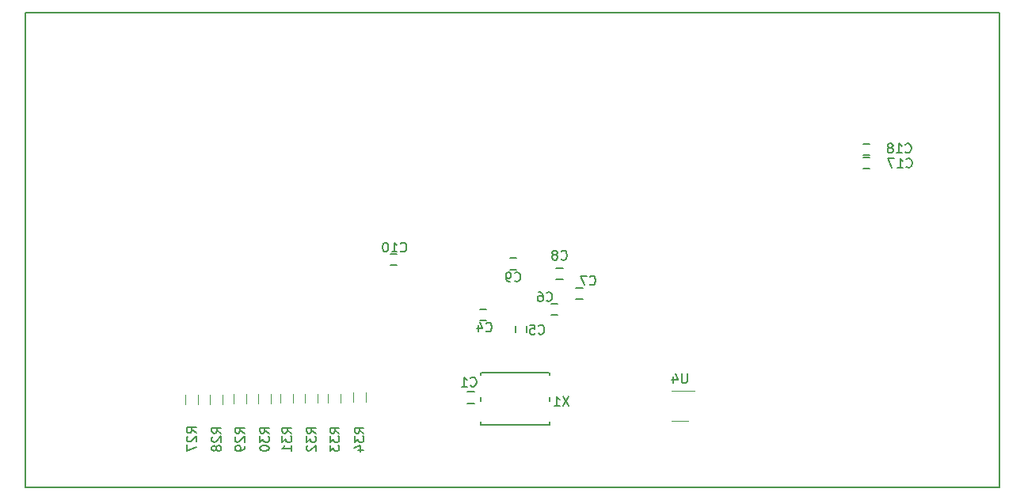
<source format=gbr>
%TF.GenerationSoftware,KiCad,Pcbnew,4.0.7*%
%TF.CreationDate,2018-08-29T22:41:10+01:00*%
%TF.ProjectId,RGBToComposite,524742546F436F6D706F736974652E6B,rev?*%
%TF.FileFunction,Legend,Bot*%
%FSLAX46Y46*%
G04 Gerber Fmt 4.6, Leading zero omitted, Abs format (unit mm)*
G04 Created by KiCad (PCBNEW 4.0.7) date 08/29/18 22:41:10*
%MOMM*%
%LPD*%
G01*
G04 APERTURE LIST*
%ADD10C,0.150000*%
%ADD11C,0.120000*%
G04 APERTURE END LIST*
D10*
X99060000Y-82550000D02*
X99060000Y-133350000D01*
X203200000Y-82550000D02*
X99060000Y-82550000D01*
X203200000Y-133350000D02*
X203200000Y-82550000D01*
X99060000Y-133350000D02*
X203200000Y-133350000D01*
X147070000Y-123140000D02*
X146370000Y-123140000D01*
X146370000Y-124340000D02*
X147070000Y-124340000D01*
X147680000Y-115460000D02*
X148380000Y-115460000D01*
X148380000Y-114260000D02*
X147680000Y-114260000D01*
X158660000Y-112000000D02*
X157960000Y-112000000D01*
X157960000Y-113200000D02*
X158660000Y-113200000D01*
X156550000Y-109860000D02*
X155850000Y-109860000D01*
X155850000Y-111060000D02*
X156550000Y-111060000D01*
X150910000Y-110020000D02*
X151610000Y-110020000D01*
X151610000Y-108820000D02*
X150910000Y-108820000D01*
X138820000Y-108340000D02*
X138120000Y-108340000D01*
X138120000Y-109540000D02*
X138820000Y-109540000D01*
X155106500Y-121036000D02*
X155106500Y-121336000D01*
X155106500Y-126617000D02*
X155106500Y-126317000D01*
X147779500Y-126617000D02*
X147779500Y-126317000D01*
X147779500Y-121036000D02*
X147779500Y-121336000D01*
X147843000Y-121036000D02*
X155043000Y-121036000D01*
X147843000Y-126617000D02*
X155043000Y-126617000D01*
X155106500Y-123690000D02*
X155106500Y-124090000D01*
X147779500Y-123690000D02*
X147779500Y-124090000D01*
X189330000Y-98000000D02*
X188630000Y-98000000D01*
X188630000Y-99200000D02*
X189330000Y-99200000D01*
X189330000Y-96590000D02*
X188630000Y-96590000D01*
X188630000Y-97790000D02*
X189330000Y-97790000D01*
X152670000Y-116740000D02*
X152670000Y-116040000D01*
X151470000Y-116040000D02*
X151470000Y-116740000D01*
X156020000Y-113690000D02*
X155320000Y-113690000D01*
X155320000Y-114890000D02*
X156020000Y-114890000D01*
D11*
X117525000Y-124440000D02*
X117525000Y-123440000D01*
X116165000Y-123440000D02*
X116165000Y-124440000D01*
X120200000Y-124415000D02*
X120200000Y-123415000D01*
X118840000Y-123415000D02*
X118840000Y-124415000D01*
X122700000Y-124365000D02*
X122700000Y-123365000D01*
X121340000Y-123365000D02*
X121340000Y-124365000D01*
X125300000Y-124340000D02*
X125300000Y-123340000D01*
X123940000Y-123340000D02*
X123940000Y-124340000D01*
X127700000Y-124315000D02*
X127700000Y-123315000D01*
X126340000Y-123315000D02*
X126340000Y-124315000D01*
X130300000Y-124315000D02*
X130300000Y-123315000D01*
X128940000Y-123315000D02*
X128940000Y-124315000D01*
X132825000Y-124315000D02*
X132825000Y-123315000D01*
X131465000Y-123315000D02*
X131465000Y-124315000D01*
X135475000Y-124190000D02*
X135475000Y-123190000D01*
X134115000Y-123190000D02*
X134115000Y-124190000D01*
X169970000Y-126250000D02*
X168170000Y-126250000D01*
X168170000Y-123030000D02*
X170620000Y-123030000D01*
D10*
X146686666Y-122457143D02*
X146734285Y-122504762D01*
X146877142Y-122552381D01*
X146972380Y-122552381D01*
X147115238Y-122504762D01*
X147210476Y-122409524D01*
X147258095Y-122314286D01*
X147305714Y-122123810D01*
X147305714Y-121980952D01*
X147258095Y-121790476D01*
X147210476Y-121695238D01*
X147115238Y-121600000D01*
X146972380Y-121552381D01*
X146877142Y-121552381D01*
X146734285Y-121600000D01*
X146686666Y-121647619D01*
X145734285Y-122552381D02*
X146305714Y-122552381D01*
X146020000Y-122552381D02*
X146020000Y-121552381D01*
X146115238Y-121695238D01*
X146210476Y-121790476D01*
X146305714Y-121838095D01*
X148336666Y-116597143D02*
X148384285Y-116644762D01*
X148527142Y-116692381D01*
X148622380Y-116692381D01*
X148765238Y-116644762D01*
X148860476Y-116549524D01*
X148908095Y-116454286D01*
X148955714Y-116263810D01*
X148955714Y-116120952D01*
X148908095Y-115930476D01*
X148860476Y-115835238D01*
X148765238Y-115740000D01*
X148622380Y-115692381D01*
X148527142Y-115692381D01*
X148384285Y-115740000D01*
X148336666Y-115787619D01*
X147479523Y-116025714D02*
X147479523Y-116692381D01*
X147717619Y-115644762D02*
X147955714Y-116359048D01*
X147336666Y-116359048D01*
X159426666Y-111607143D02*
X159474285Y-111654762D01*
X159617142Y-111702381D01*
X159712380Y-111702381D01*
X159855238Y-111654762D01*
X159950476Y-111559524D01*
X159998095Y-111464286D01*
X160045714Y-111273810D01*
X160045714Y-111130952D01*
X159998095Y-110940476D01*
X159950476Y-110845238D01*
X159855238Y-110750000D01*
X159712380Y-110702381D01*
X159617142Y-110702381D01*
X159474285Y-110750000D01*
X159426666Y-110797619D01*
X159093333Y-110702381D02*
X158426666Y-110702381D01*
X158855238Y-111702381D01*
X156366666Y-108917143D02*
X156414285Y-108964762D01*
X156557142Y-109012381D01*
X156652380Y-109012381D01*
X156795238Y-108964762D01*
X156890476Y-108869524D01*
X156938095Y-108774286D01*
X156985714Y-108583810D01*
X156985714Y-108440952D01*
X156938095Y-108250476D01*
X156890476Y-108155238D01*
X156795238Y-108060000D01*
X156652380Y-108012381D01*
X156557142Y-108012381D01*
X156414285Y-108060000D01*
X156366666Y-108107619D01*
X155795238Y-108440952D02*
X155890476Y-108393333D01*
X155938095Y-108345714D01*
X155985714Y-108250476D01*
X155985714Y-108202857D01*
X155938095Y-108107619D01*
X155890476Y-108060000D01*
X155795238Y-108012381D01*
X155604761Y-108012381D01*
X155509523Y-108060000D01*
X155461904Y-108107619D01*
X155414285Y-108202857D01*
X155414285Y-108250476D01*
X155461904Y-108345714D01*
X155509523Y-108393333D01*
X155604761Y-108440952D01*
X155795238Y-108440952D01*
X155890476Y-108488571D01*
X155938095Y-108536190D01*
X155985714Y-108631429D01*
X155985714Y-108821905D01*
X155938095Y-108917143D01*
X155890476Y-108964762D01*
X155795238Y-109012381D01*
X155604761Y-109012381D01*
X155509523Y-108964762D01*
X155461904Y-108917143D01*
X155414285Y-108821905D01*
X155414285Y-108631429D01*
X155461904Y-108536190D01*
X155509523Y-108488571D01*
X155604761Y-108440952D01*
X151396666Y-111237143D02*
X151444285Y-111284762D01*
X151587142Y-111332381D01*
X151682380Y-111332381D01*
X151825238Y-111284762D01*
X151920476Y-111189524D01*
X151968095Y-111094286D01*
X152015714Y-110903810D01*
X152015714Y-110760952D01*
X151968095Y-110570476D01*
X151920476Y-110475238D01*
X151825238Y-110380000D01*
X151682380Y-110332381D01*
X151587142Y-110332381D01*
X151444285Y-110380000D01*
X151396666Y-110427619D01*
X150920476Y-111332381D02*
X150730000Y-111332381D01*
X150634761Y-111284762D01*
X150587142Y-111237143D01*
X150491904Y-111094286D01*
X150444285Y-110903810D01*
X150444285Y-110522857D01*
X150491904Y-110427619D01*
X150539523Y-110380000D01*
X150634761Y-110332381D01*
X150825238Y-110332381D01*
X150920476Y-110380000D01*
X150968095Y-110427619D01*
X151015714Y-110522857D01*
X151015714Y-110760952D01*
X150968095Y-110856190D01*
X150920476Y-110903810D01*
X150825238Y-110951429D01*
X150634761Y-110951429D01*
X150539523Y-110903810D01*
X150491904Y-110856190D01*
X150444285Y-110760952D01*
X139202857Y-108057143D02*
X139250476Y-108104762D01*
X139393333Y-108152381D01*
X139488571Y-108152381D01*
X139631429Y-108104762D01*
X139726667Y-108009524D01*
X139774286Y-107914286D01*
X139821905Y-107723810D01*
X139821905Y-107580952D01*
X139774286Y-107390476D01*
X139726667Y-107295238D01*
X139631429Y-107200000D01*
X139488571Y-107152381D01*
X139393333Y-107152381D01*
X139250476Y-107200000D01*
X139202857Y-107247619D01*
X138250476Y-108152381D02*
X138821905Y-108152381D01*
X138536191Y-108152381D02*
X138536191Y-107152381D01*
X138631429Y-107295238D01*
X138726667Y-107390476D01*
X138821905Y-107438095D01*
X137631429Y-107152381D02*
X137536190Y-107152381D01*
X137440952Y-107200000D01*
X137393333Y-107247619D01*
X137345714Y-107342857D01*
X137298095Y-107533333D01*
X137298095Y-107771429D01*
X137345714Y-107961905D01*
X137393333Y-108057143D01*
X137440952Y-108104762D01*
X137536190Y-108152381D01*
X137631429Y-108152381D01*
X137726667Y-108104762D01*
X137774286Y-108057143D01*
X137821905Y-107961905D01*
X137869524Y-107771429D01*
X137869524Y-107533333D01*
X137821905Y-107342857D01*
X137774286Y-107247619D01*
X137726667Y-107200000D01*
X137631429Y-107152381D01*
X157199524Y-123622381D02*
X156532857Y-124622381D01*
X156532857Y-123622381D02*
X157199524Y-124622381D01*
X155628095Y-124622381D02*
X156199524Y-124622381D01*
X155913810Y-124622381D02*
X155913810Y-123622381D01*
X156009048Y-123765238D01*
X156104286Y-123860476D01*
X156199524Y-123908095D01*
X193272857Y-99047143D02*
X193320476Y-99094762D01*
X193463333Y-99142381D01*
X193558571Y-99142381D01*
X193701429Y-99094762D01*
X193796667Y-98999524D01*
X193844286Y-98904286D01*
X193891905Y-98713810D01*
X193891905Y-98570952D01*
X193844286Y-98380476D01*
X193796667Y-98285238D01*
X193701429Y-98190000D01*
X193558571Y-98142381D01*
X193463333Y-98142381D01*
X193320476Y-98190000D01*
X193272857Y-98237619D01*
X192320476Y-99142381D02*
X192891905Y-99142381D01*
X192606191Y-99142381D02*
X192606191Y-98142381D01*
X192701429Y-98285238D01*
X192796667Y-98380476D01*
X192891905Y-98428095D01*
X191987143Y-98142381D02*
X191320476Y-98142381D01*
X191749048Y-99142381D01*
X193172857Y-97457143D02*
X193220476Y-97504762D01*
X193363333Y-97552381D01*
X193458571Y-97552381D01*
X193601429Y-97504762D01*
X193696667Y-97409524D01*
X193744286Y-97314286D01*
X193791905Y-97123810D01*
X193791905Y-96980952D01*
X193744286Y-96790476D01*
X193696667Y-96695238D01*
X193601429Y-96600000D01*
X193458571Y-96552381D01*
X193363333Y-96552381D01*
X193220476Y-96600000D01*
X193172857Y-96647619D01*
X192220476Y-97552381D02*
X192791905Y-97552381D01*
X192506191Y-97552381D02*
X192506191Y-96552381D01*
X192601429Y-96695238D01*
X192696667Y-96790476D01*
X192791905Y-96838095D01*
X191649048Y-96980952D02*
X191744286Y-96933333D01*
X191791905Y-96885714D01*
X191839524Y-96790476D01*
X191839524Y-96742857D01*
X191791905Y-96647619D01*
X191744286Y-96600000D01*
X191649048Y-96552381D01*
X191458571Y-96552381D01*
X191363333Y-96600000D01*
X191315714Y-96647619D01*
X191268095Y-96742857D01*
X191268095Y-96790476D01*
X191315714Y-96885714D01*
X191363333Y-96933333D01*
X191458571Y-96980952D01*
X191649048Y-96980952D01*
X191744286Y-97028571D01*
X191791905Y-97076190D01*
X191839524Y-97171429D01*
X191839524Y-97361905D01*
X191791905Y-97457143D01*
X191744286Y-97504762D01*
X191649048Y-97552381D01*
X191458571Y-97552381D01*
X191363333Y-97504762D01*
X191315714Y-97457143D01*
X191268095Y-97361905D01*
X191268095Y-97171429D01*
X191315714Y-97076190D01*
X191363333Y-97028571D01*
X191458571Y-96980952D01*
X153946666Y-116867143D02*
X153994285Y-116914762D01*
X154137142Y-116962381D01*
X154232380Y-116962381D01*
X154375238Y-116914762D01*
X154470476Y-116819524D01*
X154518095Y-116724286D01*
X154565714Y-116533810D01*
X154565714Y-116390952D01*
X154518095Y-116200476D01*
X154470476Y-116105238D01*
X154375238Y-116010000D01*
X154232380Y-115962381D01*
X154137142Y-115962381D01*
X153994285Y-116010000D01*
X153946666Y-116057619D01*
X153041904Y-115962381D02*
X153518095Y-115962381D01*
X153565714Y-116438571D01*
X153518095Y-116390952D01*
X153422857Y-116343333D01*
X153184761Y-116343333D01*
X153089523Y-116390952D01*
X153041904Y-116438571D01*
X152994285Y-116533810D01*
X152994285Y-116771905D01*
X153041904Y-116867143D01*
X153089523Y-116914762D01*
X153184761Y-116962381D01*
X153422857Y-116962381D01*
X153518095Y-116914762D01*
X153565714Y-116867143D01*
X154806666Y-113337143D02*
X154854285Y-113384762D01*
X154997142Y-113432381D01*
X155092380Y-113432381D01*
X155235238Y-113384762D01*
X155330476Y-113289524D01*
X155378095Y-113194286D01*
X155425714Y-113003810D01*
X155425714Y-112860952D01*
X155378095Y-112670476D01*
X155330476Y-112575238D01*
X155235238Y-112480000D01*
X155092380Y-112432381D01*
X154997142Y-112432381D01*
X154854285Y-112480000D01*
X154806666Y-112527619D01*
X153949523Y-112432381D02*
X154140000Y-112432381D01*
X154235238Y-112480000D01*
X154282857Y-112527619D01*
X154378095Y-112670476D01*
X154425714Y-112860952D01*
X154425714Y-113241905D01*
X154378095Y-113337143D01*
X154330476Y-113384762D01*
X154235238Y-113432381D01*
X154044761Y-113432381D01*
X153949523Y-113384762D01*
X153901904Y-113337143D01*
X153854285Y-113241905D01*
X153854285Y-113003810D01*
X153901904Y-112908571D01*
X153949523Y-112860952D01*
X154044761Y-112813333D01*
X154235238Y-112813333D01*
X154330476Y-112860952D01*
X154378095Y-112908571D01*
X154425714Y-113003810D01*
X117347381Y-127522143D02*
X116871190Y-127188809D01*
X117347381Y-126950714D02*
X116347381Y-126950714D01*
X116347381Y-127331667D01*
X116395000Y-127426905D01*
X116442619Y-127474524D01*
X116537857Y-127522143D01*
X116680714Y-127522143D01*
X116775952Y-127474524D01*
X116823571Y-127426905D01*
X116871190Y-127331667D01*
X116871190Y-126950714D01*
X116442619Y-127903095D02*
X116395000Y-127950714D01*
X116347381Y-128045952D01*
X116347381Y-128284048D01*
X116395000Y-128379286D01*
X116442619Y-128426905D01*
X116537857Y-128474524D01*
X116633095Y-128474524D01*
X116775952Y-128426905D01*
X117347381Y-127855476D01*
X117347381Y-128474524D01*
X116347381Y-128807857D02*
X116347381Y-129474524D01*
X117347381Y-129045952D01*
X120022381Y-127547143D02*
X119546190Y-127213809D01*
X120022381Y-126975714D02*
X119022381Y-126975714D01*
X119022381Y-127356667D01*
X119070000Y-127451905D01*
X119117619Y-127499524D01*
X119212857Y-127547143D01*
X119355714Y-127547143D01*
X119450952Y-127499524D01*
X119498571Y-127451905D01*
X119546190Y-127356667D01*
X119546190Y-126975714D01*
X119117619Y-127928095D02*
X119070000Y-127975714D01*
X119022381Y-128070952D01*
X119022381Y-128309048D01*
X119070000Y-128404286D01*
X119117619Y-128451905D01*
X119212857Y-128499524D01*
X119308095Y-128499524D01*
X119450952Y-128451905D01*
X120022381Y-127880476D01*
X120022381Y-128499524D01*
X119450952Y-129070952D02*
X119403333Y-128975714D01*
X119355714Y-128928095D01*
X119260476Y-128880476D01*
X119212857Y-128880476D01*
X119117619Y-128928095D01*
X119070000Y-128975714D01*
X119022381Y-129070952D01*
X119022381Y-129261429D01*
X119070000Y-129356667D01*
X119117619Y-129404286D01*
X119212857Y-129451905D01*
X119260476Y-129451905D01*
X119355714Y-129404286D01*
X119403333Y-129356667D01*
X119450952Y-129261429D01*
X119450952Y-129070952D01*
X119498571Y-128975714D01*
X119546190Y-128928095D01*
X119641429Y-128880476D01*
X119831905Y-128880476D01*
X119927143Y-128928095D01*
X119974762Y-128975714D01*
X120022381Y-129070952D01*
X120022381Y-129261429D01*
X119974762Y-129356667D01*
X119927143Y-129404286D01*
X119831905Y-129451905D01*
X119641429Y-129451905D01*
X119546190Y-129404286D01*
X119498571Y-129356667D01*
X119450952Y-129261429D01*
X122497381Y-127547143D02*
X122021190Y-127213809D01*
X122497381Y-126975714D02*
X121497381Y-126975714D01*
X121497381Y-127356667D01*
X121545000Y-127451905D01*
X121592619Y-127499524D01*
X121687857Y-127547143D01*
X121830714Y-127547143D01*
X121925952Y-127499524D01*
X121973571Y-127451905D01*
X122021190Y-127356667D01*
X122021190Y-126975714D01*
X121592619Y-127928095D02*
X121545000Y-127975714D01*
X121497381Y-128070952D01*
X121497381Y-128309048D01*
X121545000Y-128404286D01*
X121592619Y-128451905D01*
X121687857Y-128499524D01*
X121783095Y-128499524D01*
X121925952Y-128451905D01*
X122497381Y-127880476D01*
X122497381Y-128499524D01*
X122497381Y-128975714D02*
X122497381Y-129166190D01*
X122449762Y-129261429D01*
X122402143Y-129309048D01*
X122259286Y-129404286D01*
X122068810Y-129451905D01*
X121687857Y-129451905D01*
X121592619Y-129404286D01*
X121545000Y-129356667D01*
X121497381Y-129261429D01*
X121497381Y-129070952D01*
X121545000Y-128975714D01*
X121592619Y-128928095D01*
X121687857Y-128880476D01*
X121925952Y-128880476D01*
X122021190Y-128928095D01*
X122068810Y-128975714D01*
X122116429Y-129070952D01*
X122116429Y-129261429D01*
X122068810Y-129356667D01*
X122021190Y-129404286D01*
X121925952Y-129451905D01*
X125147381Y-127547143D02*
X124671190Y-127213809D01*
X125147381Y-126975714D02*
X124147381Y-126975714D01*
X124147381Y-127356667D01*
X124195000Y-127451905D01*
X124242619Y-127499524D01*
X124337857Y-127547143D01*
X124480714Y-127547143D01*
X124575952Y-127499524D01*
X124623571Y-127451905D01*
X124671190Y-127356667D01*
X124671190Y-126975714D01*
X124147381Y-127880476D02*
X124147381Y-128499524D01*
X124528333Y-128166190D01*
X124528333Y-128309048D01*
X124575952Y-128404286D01*
X124623571Y-128451905D01*
X124718810Y-128499524D01*
X124956905Y-128499524D01*
X125052143Y-128451905D01*
X125099762Y-128404286D01*
X125147381Y-128309048D01*
X125147381Y-128023333D01*
X125099762Y-127928095D01*
X125052143Y-127880476D01*
X124147381Y-129118571D02*
X124147381Y-129213810D01*
X124195000Y-129309048D01*
X124242619Y-129356667D01*
X124337857Y-129404286D01*
X124528333Y-129451905D01*
X124766429Y-129451905D01*
X124956905Y-129404286D01*
X125052143Y-129356667D01*
X125099762Y-129309048D01*
X125147381Y-129213810D01*
X125147381Y-129118571D01*
X125099762Y-129023333D01*
X125052143Y-128975714D01*
X124956905Y-128928095D01*
X124766429Y-128880476D01*
X124528333Y-128880476D01*
X124337857Y-128928095D01*
X124242619Y-128975714D01*
X124195000Y-129023333D01*
X124147381Y-129118571D01*
X127547381Y-127547143D02*
X127071190Y-127213809D01*
X127547381Y-126975714D02*
X126547381Y-126975714D01*
X126547381Y-127356667D01*
X126595000Y-127451905D01*
X126642619Y-127499524D01*
X126737857Y-127547143D01*
X126880714Y-127547143D01*
X126975952Y-127499524D01*
X127023571Y-127451905D01*
X127071190Y-127356667D01*
X127071190Y-126975714D01*
X126547381Y-127880476D02*
X126547381Y-128499524D01*
X126928333Y-128166190D01*
X126928333Y-128309048D01*
X126975952Y-128404286D01*
X127023571Y-128451905D01*
X127118810Y-128499524D01*
X127356905Y-128499524D01*
X127452143Y-128451905D01*
X127499762Y-128404286D01*
X127547381Y-128309048D01*
X127547381Y-128023333D01*
X127499762Y-127928095D01*
X127452143Y-127880476D01*
X127547381Y-129451905D02*
X127547381Y-128880476D01*
X127547381Y-129166190D02*
X126547381Y-129166190D01*
X126690238Y-129070952D01*
X126785476Y-128975714D01*
X126833095Y-128880476D01*
X130147381Y-127547143D02*
X129671190Y-127213809D01*
X130147381Y-126975714D02*
X129147381Y-126975714D01*
X129147381Y-127356667D01*
X129195000Y-127451905D01*
X129242619Y-127499524D01*
X129337857Y-127547143D01*
X129480714Y-127547143D01*
X129575952Y-127499524D01*
X129623571Y-127451905D01*
X129671190Y-127356667D01*
X129671190Y-126975714D01*
X129147381Y-127880476D02*
X129147381Y-128499524D01*
X129528333Y-128166190D01*
X129528333Y-128309048D01*
X129575952Y-128404286D01*
X129623571Y-128451905D01*
X129718810Y-128499524D01*
X129956905Y-128499524D01*
X130052143Y-128451905D01*
X130099762Y-128404286D01*
X130147381Y-128309048D01*
X130147381Y-128023333D01*
X130099762Y-127928095D01*
X130052143Y-127880476D01*
X129242619Y-128880476D02*
X129195000Y-128928095D01*
X129147381Y-129023333D01*
X129147381Y-129261429D01*
X129195000Y-129356667D01*
X129242619Y-129404286D01*
X129337857Y-129451905D01*
X129433095Y-129451905D01*
X129575952Y-129404286D01*
X130147381Y-128832857D01*
X130147381Y-129451905D01*
X132647381Y-127547143D02*
X132171190Y-127213809D01*
X132647381Y-126975714D02*
X131647381Y-126975714D01*
X131647381Y-127356667D01*
X131695000Y-127451905D01*
X131742619Y-127499524D01*
X131837857Y-127547143D01*
X131980714Y-127547143D01*
X132075952Y-127499524D01*
X132123571Y-127451905D01*
X132171190Y-127356667D01*
X132171190Y-126975714D01*
X131647381Y-127880476D02*
X131647381Y-128499524D01*
X132028333Y-128166190D01*
X132028333Y-128309048D01*
X132075952Y-128404286D01*
X132123571Y-128451905D01*
X132218810Y-128499524D01*
X132456905Y-128499524D01*
X132552143Y-128451905D01*
X132599762Y-128404286D01*
X132647381Y-128309048D01*
X132647381Y-128023333D01*
X132599762Y-127928095D01*
X132552143Y-127880476D01*
X131647381Y-128832857D02*
X131647381Y-129451905D01*
X132028333Y-129118571D01*
X132028333Y-129261429D01*
X132075952Y-129356667D01*
X132123571Y-129404286D01*
X132218810Y-129451905D01*
X132456905Y-129451905D01*
X132552143Y-129404286D01*
X132599762Y-129356667D01*
X132647381Y-129261429D01*
X132647381Y-128975714D01*
X132599762Y-128880476D01*
X132552143Y-128832857D01*
X135272381Y-127547143D02*
X134796190Y-127213809D01*
X135272381Y-126975714D02*
X134272381Y-126975714D01*
X134272381Y-127356667D01*
X134320000Y-127451905D01*
X134367619Y-127499524D01*
X134462857Y-127547143D01*
X134605714Y-127547143D01*
X134700952Y-127499524D01*
X134748571Y-127451905D01*
X134796190Y-127356667D01*
X134796190Y-126975714D01*
X134272381Y-127880476D02*
X134272381Y-128499524D01*
X134653333Y-128166190D01*
X134653333Y-128309048D01*
X134700952Y-128404286D01*
X134748571Y-128451905D01*
X134843810Y-128499524D01*
X135081905Y-128499524D01*
X135177143Y-128451905D01*
X135224762Y-128404286D01*
X135272381Y-128309048D01*
X135272381Y-128023333D01*
X135224762Y-127928095D01*
X135177143Y-127880476D01*
X134605714Y-129356667D02*
X135272381Y-129356667D01*
X134224762Y-129118571D02*
X134939048Y-128880476D01*
X134939048Y-129499524D01*
X169831905Y-121192381D02*
X169831905Y-122001905D01*
X169784286Y-122097143D01*
X169736667Y-122144762D01*
X169641429Y-122192381D01*
X169450952Y-122192381D01*
X169355714Y-122144762D01*
X169308095Y-122097143D01*
X169260476Y-122001905D01*
X169260476Y-121192381D01*
X168355714Y-121525714D02*
X168355714Y-122192381D01*
X168593810Y-121144762D02*
X168831905Y-121859048D01*
X168212857Y-121859048D01*
M02*

</source>
